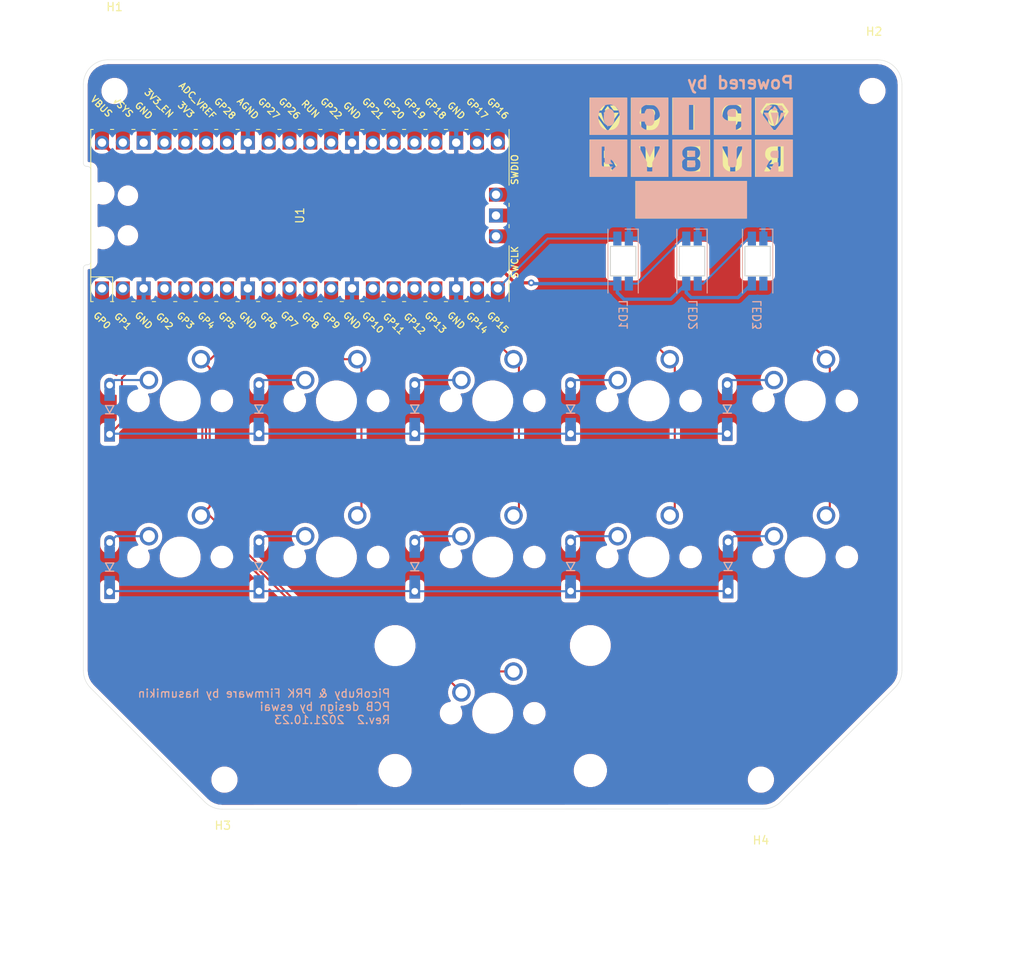
<source format=kicad_pcb>
(kicad_pcb (version 20171130) (host pcbnew "(5.1.10-1-10_14)")
  (layers (0 F.Cu signal) (31 B.Cu signal) (34 B.Paste user) (35 F.Paste user) (36 B.SilkS user) (37 F.SilkS user) (38 B.Mask user) (39 F.Mask user) (44 Edge.Cuts user))
  (net 0 "")
  (net 1 "Net-(D1-Pad2)")
  (net 2 "Net-(D2-Pad2)")
  (net 3 "Net-(D3-Pad2)")
  (net 4 "Net-(D4-Pad2)")
  (net 5 "Net-(D5-Pad2)")
  (net 6 "Net-(D6-Pad2)")
  (net 7 "Net-(D7-Pad2)")
  (net 8 "Net-(D8-Pad2)")
  (net 9 "Net-(D9-Pad2)")
  (net 10 "Net-(D10-Pad2)")
  (net 11 "Net-(U1-Pad29)")
  (net 12 "Net-(U1-Pad30)")
  (net 13 "Net-(U1-Pad31)")
  (net 14 "Net-(U1-Pad32)")
  (net 15 "Net-(U1-Pad34)")
  (net 16 "Net-(U1-Pad35)")
  (net 17 "Net-(U1-Pad36)")
  (net 18 "Net-(U1-Pad37)")
  (net 19 "Net-(U1-Pad7)")
  (net 20 "Net-(U1-Pad2)")
  (net 21 "Net-(U1-Pad1)")
  (net 22 R1)
  (net 23 R2)
  (net 24 R3)
  (net 25 GND)
  (net 26 VCC)
  (net 27 C1)
  (net 28 C2)
  (net 29 C3)
  (net 30 C4)
  (net 31 C5)
  (net 32 "Net-(LED1-Pad2)")
  (net 33 LED)
  (net 34 "Net-(U1-Pad38)")
  (net 35 "Net-(U1-Pad21)")
  (net 36 "Net-(U1-Pad22)")
  (net 37 "Net-(U1-Pad24)")
  (net 38 "Net-(U1-Pad25)")
  (net 39 "Net-(U1-Pad26)")
  (net 40 "Net-(U1-Pad27)")
  (net 41 "Net-(U1-Pad19)")
  (net 42 "Net-(U1-Pad17)")
  (net 43 "Net-(U1-Pad16)")
  (net 44 "Net-(LED2-Pad2)")
  (net 45 "Net-(LED3-Pad2)")
  (net 46 "Net-(U1-Pad43)")
  (net 47 "Net-(U1-Pad42)")
  (net 48 "Net-(U1-Pad41)")
  (net 49 "Net-(U1-Pad15)")
  (net 50 "Net-(U1-Pad39)")
  (module locallib:PicoRuby_Logo (layer B.Cu) (at 148.1 55.3 180)
    (fp_text reference G*** hide)
    (fp_text value LOGO hide)
  )
  (module locallib:PicoRuby_Logo (layer F.Cu) (at 148.1 55.3)
    (fp_text reference G*** hide)
    (fp_text value LOGO hide)
  )
  (module MountingHole:MountingHole_2.2mm_M2 (layer F.Cu) (at 156.6 131.2)
    (fp_text reference H4 (at 0 7.4) (layer F.SilkS))
    (fp_text value MountingHole)
    (pad 1 np_thru_hole circle (at 0 0) (size 2.2 2.2) (drill 2.2) (layers *.Cu *.Mask))
  )
  (module MountingHole:MountingHole_2.2mm_M2 (layer F.Cu) (at 91.2 131.2)
    (fp_text reference H3 (at -0.2 5.6) (layer F.SilkS))
    (fp_text value MountingHole)
    (pad 1 np_thru_hole circle (at 0 0) (size 2.2 2.2) (drill 2.2) (layers *.Cu *.Mask))
  )
  (module MountingHole:MountingHole_2.2mm_M2 (layer F.Cu) (at 170.2 47.2)
    (fp_text reference H2 (at 0.2 -7.25) (layer F.SilkS))
    (fp_text value MountingHole)
    (pad 1 np_thru_hole circle (at 0 0) (size 2.2 2.2) (drill 2.2) (layers *.Cu *.Mask))
  )
  (module MountingHole:MountingHole_2.2mm_M2 (layer F.Cu) (at 77.8 47.2)
    (fp_text reference H1 (at 0 -10.25) (layer F.SilkS))
    (fp_text value MountingHole)
    (pad 1 np_thru_hole circle (at 0 0) (size 2.2 2.2) (drill 2.2) (layers *.Cu *.Mask))
  )
  (module MX_Only:MXOnly-2.75U-ReversedStabilizers-NoLED (layer F.Cu) (at 123.9 123.1)
    (fp_text reference SW11)
    (fp_text value SW_Push)
    (pad 2 thru_hole circle (at 2.54 -5.08) (size 2.25 2.25) (drill 1.47) (layers *.Cu B.Mask) (net 27 C1))
    (pad "" np_thru_hole circle (at 0 0) (size 3.9878 3.9878) (drill 3.9878) (layers *.Cu *.Mask))
    (pad 1 thru_hole circle (at -3.81 -2.54) (size 2.25 2.25) (drill 1.47) (layers *.Cu B.Mask) (net 24 R3))
    (pad "" np_thru_hole circle (at -5.08 0 48.0996) (size 1.75 1.75) (drill 1.75) (layers *.Cu *.Mask))
    (pad "" np_thru_hole circle (at 5.08 0 48.0996) (size 1.75 1.75) (drill 1.75) (layers *.Cu *.Mask))
    (pad "" np_thru_hole circle (at -11.90625 6.985) (size 3.048 3.048) (drill 3.048) (layers *.Cu *.Mask))
    (pad "" np_thru_hole circle (at 11.90625 6.985) (size 3.048 3.048) (drill 3.048) (layers *.Cu *.Mask))
    (pad "" np_thru_hole circle (at -11.90625 -8.255) (size 3.9878 3.9878) (drill 3.9878) (layers *.Cu *.Mask))
    (pad "" np_thru_hole circle (at 11.90625 -8.255) (size 3.9878 3.9878) (drill 3.9878) (layers *.Cu *.Mask))
  )
  (module MX_Only:MXOnly-1U-NoLED (layer F.Cu) (at 162 104.05)
    (fp_text reference SW10)
    (fp_text value SW_Push)
    (pad 2 thru_hole circle (at 2.54 -5.08) (size 2.25 2.25) (drill 1.47) (layers *.Cu B.Mask) (net 31 C5))
    (pad "" np_thru_hole circle (at 0 0) (size 3.9878 3.9878) (drill 3.9878) (layers *.Cu *.Mask))
    (pad 1 thru_hole circle (at -3.81 -2.54) (size 2.25 2.25) (drill 1.47) (layers *.Cu B.Mask) (net 10 "Net-(D10-Pad2)"))
    (pad "" np_thru_hole circle (at -5.08 0 48.0996) (size 1.75 1.75) (drill 1.75) (layers *.Cu *.Mask))
    (pad "" np_thru_hole circle (at 5.08 0 48.0996) (size 1.75 1.75) (drill 1.75) (layers *.Cu *.Mask))
  )
  (module MX_Only:MXOnly-1U-NoLED (layer F.Cu) (at 142.95 104.05)
    (fp_text reference SW9)
    (fp_text value SW_Push)
    (pad 2 thru_hole circle (at 2.54 -5.08) (size 2.25 2.25) (drill 1.47) (layers *.Cu B.Mask) (net 30 C4))
    (pad "" np_thru_hole circle (at 0 0) (size 3.9878 3.9878) (drill 3.9878) (layers *.Cu *.Mask))
    (pad 1 thru_hole circle (at -3.81 -2.54) (size 2.25 2.25) (drill 1.47) (layers *.Cu B.Mask) (net 9 "Net-(D9-Pad2)"))
    (pad "" np_thru_hole circle (at -5.08 0 48.0996) (size 1.75 1.75) (drill 1.75) (layers *.Cu *.Mask))
    (pad "" np_thru_hole circle (at 5.08 0 48.0996) (size 1.75 1.75) (drill 1.75) (layers *.Cu *.Mask))
  )
  (module MX_Only:MXOnly-1U-NoLED (layer F.Cu) (at 123.9 104.05)
    (fp_text reference SW8)
    (fp_text value SW_Push)
    (pad 2 thru_hole circle (at 2.54 -5.08) (size 2.25 2.25) (drill 1.47) (layers *.Cu B.Mask) (net 29 C3))
    (pad "" np_thru_hole circle (at 0 0) (size 3.9878 3.9878) (drill 3.9878) (layers *.Cu *.Mask))
    (pad 1 thru_hole circle (at -3.81 -2.54) (size 2.25 2.25) (drill 1.47) (layers *.Cu B.Mask) (net 8 "Net-(D8-Pad2)"))
    (pad "" np_thru_hole circle (at -5.08 0 48.0996) (size 1.75 1.75) (drill 1.75) (layers *.Cu *.Mask))
    (pad "" np_thru_hole circle (at 5.08 0 48.0996) (size 1.75 1.75) (drill 1.75) (layers *.Cu *.Mask))
  )
  (module MX_Only:MXOnly-1U-NoLED (layer F.Cu) (at 104.85 104.05)
    (fp_text reference SW7)
    (fp_text value SW_Push)
    (pad 2 thru_hole circle (at 2.54 -5.08) (size 2.25 2.25) (drill 1.47) (layers *.Cu B.Mask) (net 28 C2))
    (pad "" np_thru_hole circle (at 0 0) (size 3.9878 3.9878) (drill 3.9878) (layers *.Cu *.Mask))
    (pad 1 thru_hole circle (at -3.81 -2.54) (size 2.25 2.25) (drill 1.47) (layers *.Cu B.Mask) (net 7 "Net-(D7-Pad2)"))
    (pad "" np_thru_hole circle (at -5.08 0 48.0996) (size 1.75 1.75) (drill 1.75) (layers *.Cu *.Mask))
    (pad "" np_thru_hole circle (at 5.08 0 48.0996) (size 1.75 1.75) (drill 1.75) (layers *.Cu *.Mask))
  )
  (module MX_Only:MXOnly-1U-NoLED (layer F.Cu) (at 85.8 104.05)
    (fp_text reference SW6)
    (fp_text value SW_Push)
    (pad 2 thru_hole circle (at 2.54 -5.08) (size 2.25 2.25) (drill 1.47) (layers *.Cu B.Mask) (net 27 C1))
    (pad "" np_thru_hole circle (at 0 0) (size 3.9878 3.9878) (drill 3.9878) (layers *.Cu *.Mask))
    (pad 1 thru_hole circle (at -3.81 -2.54) (size 2.25 2.25) (drill 1.47) (layers *.Cu B.Mask) (net 6 "Net-(D6-Pad2)"))
    (pad "" np_thru_hole circle (at -5.08 0 48.0996) (size 1.75 1.75) (drill 1.75) (layers *.Cu *.Mask))
    (pad "" np_thru_hole circle (at 5.08 0 48.0996) (size 1.75 1.75) (drill 1.75) (layers *.Cu *.Mask))
  )
  (module kbd:D3_TH_SMD_v2 (layer B.Cu) (at 152.6 105.2 90)
    (fp_text reference D10 hide)
    (fp_text value D hide)
    (pad 2 smd rect (at 1.775 0 270) (size 1.4 1.3) (layers B.Cu B.Paste B.Mask) (net 10 "Net-(D10-Pad2)"))
    (pad 1 smd rect (at -1.775 0 270) (size 1.4 1.3) (layers B.Cu B.Paste B.Mask) (net 23 R2))
    (pad 2 thru_hole oval (at 3 0 90) (size 1.778 1.3) (drill 0.8128) (layers *.Cu F.Mask) (net 10 "Net-(D10-Pad2)"))
    (pad 1 thru_hole rect (at -3 0 90) (size 1.778 1.3) (drill 0.8128) (layers *.Cu F.Mask) (net 23 R2))
  )
  (module kbd:D3_TH_SMD_v2 (layer B.Cu) (at 133.4 105.2 90)
    (fp_text reference D9 hide)
    (fp_text value D hide)
    (pad 2 smd rect (at 1.775 0 270) (size 1.4 1.3) (layers B.Cu B.Paste B.Mask) (net 9 "Net-(D9-Pad2)"))
    (pad 1 smd rect (at -1.775 0 270) (size 1.4 1.3) (layers B.Cu B.Paste B.Mask) (net 23 R2))
    (pad 2 thru_hole oval (at 3 0 90) (size 1.778 1.3) (drill 0.8128) (layers *.Cu F.Mask) (net 9 "Net-(D9-Pad2)"))
    (pad 1 thru_hole rect (at -3 0 90) (size 1.778 1.3) (drill 0.8128) (layers *.Cu F.Mask) (net 23 R2))
  )
  (module kbd:D3_TH_SMD_v2 (layer B.Cu) (at 114.4 105.225 90)
    (fp_text reference D8 hide)
    (fp_text value D hide)
    (pad 2 smd rect (at 1.775 0 270) (size 1.4 1.3) (layers B.Cu B.Paste B.Mask) (net 8 "Net-(D8-Pad2)"))
    (pad 1 smd rect (at -1.775 0 270) (size 1.4 1.3) (layers B.Cu B.Paste B.Mask) (net 23 R2))
    (pad 2 thru_hole oval (at 3 0 90) (size 1.778 1.3) (drill 0.8128) (layers *.Cu F.Mask) (net 8 "Net-(D8-Pad2)"))
    (pad 1 thru_hole rect (at -3 0 90) (size 1.778 1.3) (drill 0.8128) (layers *.Cu F.Mask) (net 23 R2))
  )
  (module kbd:D3_TH_SMD_v2 (layer B.Cu) (at 95.4 105.2 90)
    (fp_text reference D7 hide)
    (fp_text value D hide)
    (pad 2 smd rect (at 1.775 0 270) (size 1.4 1.3) (layers B.Cu B.Paste B.Mask) (net 7 "Net-(D7-Pad2)"))
    (pad 1 smd rect (at -1.775 0 270) (size 1.4 1.3) (layers B.Cu B.Paste B.Mask) (net 23 R2))
    (pad 2 thru_hole oval (at 3 0 90) (size 1.778 1.3) (drill 0.8128) (layers *.Cu F.Mask) (net 7 "Net-(D7-Pad2)"))
    (pad 1 thru_hole rect (at -3 0 90) (size 1.778 1.3) (drill 0.8128) (layers *.Cu F.Mask) (net 23 R2))
  )
  (module kbd:D3_TH_SMD_v2 (layer B.Cu) (at 77.2 105.275 90)
    (fp_text reference D6 hide)
    (fp_text value D hide)
    (pad 2 smd rect (at 1.775 0 270) (size 1.4 1.3) (layers B.Cu B.Paste B.Mask) (net 6 "Net-(D6-Pad2)"))
    (pad 1 smd rect (at -1.775 0 270) (size 1.4 1.3) (layers B.Cu B.Paste B.Mask) (net 23 R2))
    (pad 2 thru_hole oval (at 3 0 90) (size 1.778 1.3) (drill 0.8128) (layers *.Cu F.Mask) (net 6 "Net-(D6-Pad2)"))
    (pad 1 thru_hole rect (at -3 0 90) (size 1.778 1.3) (drill 0.8128) (layers *.Cu F.Mask) (net 23 R2))
  )
  (module kbd:D3_TH_SMD_v2 (layer B.Cu) (at 152.5 86 90)
    (fp_text reference D5 hide)
    (fp_text value D hide)
    (pad 2 smd rect (at 1.775 0 270) (size 1.4 1.3) (layers B.Cu B.Paste B.Mask) (net 5 "Net-(D5-Pad2)"))
    (pad 1 smd rect (at -1.775 0 270) (size 1.4 1.3) (layers B.Cu B.Paste B.Mask) (net 22 R1))
    (pad 2 thru_hole oval (at 3 0 90) (size 1.778 1.3) (drill 0.8128) (layers *.Cu F.Mask) (net 5 "Net-(D5-Pad2)"))
    (pad 1 thru_hole rect (at -3 0 90) (size 1.778 1.3) (drill 0.8128) (layers *.Cu F.Mask) (net 22 R1))
  )
  (module kbd:D3_TH_SMD_v2 (layer B.Cu) (at 133.4 86 90)
    (fp_text reference D4 hide)
    (fp_text value D hide)
    (pad 2 smd rect (at 1.775 0 270) (size 1.4 1.3) (layers B.Cu B.Paste B.Mask) (net 4 "Net-(D4-Pad2)"))
    (pad 1 smd rect (at -1.775 0 270) (size 1.4 1.3) (layers B.Cu B.Paste B.Mask) (net 22 R1))
    (pad 2 thru_hole oval (at 3 0 90) (size 1.778 1.3) (drill 0.8128) (layers *.Cu F.Mask) (net 4 "Net-(D4-Pad2)"))
    (pad 1 thru_hole rect (at -3 0 90) (size 1.778 1.3) (drill 0.8128) (layers *.Cu F.Mask) (net 22 R1))
  )
  (module kbd:D3_TH_SMD_v2 (layer B.Cu) (at 114.4 86 90)
    (fp_text reference D3 hide)
    (fp_text value D hide)
    (pad 2 smd rect (at 1.775 0 270) (size 1.4 1.3) (layers B.Cu B.Paste B.Mask) (net 3 "Net-(D3-Pad2)"))
    (pad 1 smd rect (at -1.775 0 270) (size 1.4 1.3) (layers B.Cu B.Paste B.Mask) (net 22 R1))
    (pad 2 thru_hole oval (at 3 0 90) (size 1.778 1.3) (drill 0.8128) (layers *.Cu F.Mask) (net 3 "Net-(D3-Pad2)"))
    (pad 1 thru_hole rect (at -3 0 90) (size 1.778 1.3) (drill 0.8128) (layers *.Cu F.Mask) (net 22 R1))
  )
  (module kbd:D3_TH_SMD_v2 (layer B.Cu) (at 95.4 86 90)
    (fp_text reference D2 hide)
    (fp_text value D hide)
    (pad 2 smd rect (at 1.775 0 270) (size 1.4 1.3) (layers B.Cu B.Paste B.Mask) (net 2 "Net-(D2-Pad2)"))
    (pad 1 smd rect (at -1.775 0 270) (size 1.4 1.3) (layers B.Cu B.Paste B.Mask) (net 22 R1))
    (pad 2 thru_hole oval (at 3 0 90) (size 1.778 1.3) (drill 0.8128) (layers *.Cu F.Mask) (net 2 "Net-(D2-Pad2)"))
    (pad 1 thru_hole rect (at -3 0 90) (size 1.778 1.3) (drill 0.8128) (layers *.Cu F.Mask) (net 22 R1))
  )
  (module kbd:D3_TH_SMD_v2 (layer B.Cu) (at 77.2 86.075 90)
    (fp_text reference D1 hide)
    (fp_text value D hide)
    (pad 2 smd rect (at 1.775 0 270) (size 1.4 1.3) (layers B.Cu B.Paste B.Mask) (net 1 "Net-(D1-Pad2)"))
    (pad 1 smd rect (at -1.775 0 270) (size 1.4 1.3) (layers B.Cu B.Paste B.Mask) (net 22 R1))
    (pad 2 thru_hole oval (at 3 0 90) (size 1.778 1.3) (drill 0.8128) (layers *.Cu F.Mask) (net 1 "Net-(D1-Pad2)"))
    (pad 1 thru_hole rect (at -3 0 90) (size 1.778 1.3) (drill 0.8128) (layers *.Cu F.Mask) (net 22 R1))
  )
  (module MX_Only:MXOnly-1U-NoLED (layer F.Cu) (at 162 85)
    (fp_text reference SW5)
    (fp_text value SW_Push)
    (pad 2 thru_hole circle (at 2.54 -5.08) (size 2.25 2.25) (drill 1.47) (layers *.Cu B.Mask) (net 31 C5))
    (pad "" np_thru_hole circle (at 0 0) (size 3.9878 3.9878) (drill 3.9878) (layers *.Cu *.Mask))
    (pad 1 thru_hole circle (at -3.81 -2.54) (size 2.25 2.25) (drill 1.47) (layers *.Cu B.Mask) (net 5 "Net-(D5-Pad2)"))
    (pad "" np_thru_hole circle (at -5.08 0 48.0996) (size 1.75 1.75) (drill 1.75) (layers *.Cu *.Mask))
    (pad "" np_thru_hole circle (at 5.08 0 48.0996) (size 1.75 1.75) (drill 1.75) (layers *.Cu *.Mask))
  )
  (module MX_Only:MXOnly-1U-NoLED (layer F.Cu) (at 142.95 85)
    (fp_text reference SW4)
    (fp_text value SW_Push)
    (pad 2 thru_hole circle (at 2.54 -5.08) (size 2.25 2.25) (drill 1.47) (layers *.Cu B.Mask) (net 30 C4))
    (pad "" np_thru_hole circle (at 0 0) (size 3.9878 3.9878) (drill 3.9878) (layers *.Cu *.Mask))
    (pad 1 thru_hole circle (at -3.81 -2.54) (size 2.25 2.25) (drill 1.47) (layers *.Cu B.Mask) (net 4 "Net-(D4-Pad2)"))
    (pad "" np_thru_hole circle (at -5.08 0 48.0996) (size 1.75 1.75) (drill 1.75) (layers *.Cu *.Mask))
    (pad "" np_thru_hole circle (at 5.08 0 48.0996) (size 1.75 1.75) (drill 1.75) (layers *.Cu *.Mask))
  )
  (module MX_Only:MXOnly-1U-NoLED (layer F.Cu) (at 123.9 85)
    (fp_text reference SW3)
    (fp_text value SW_Push)
    (pad 2 thru_hole circle (at 2.54 -5.08) (size 2.25 2.25) (drill 1.47) (layers *.Cu B.Mask) (net 29 C3))
    (pad "" np_thru_hole circle (at 0 0) (size 3.9878 3.9878) (drill 3.9878) (layers *.Cu *.Mask))
    (pad 1 thru_hole circle (at -3.81 -2.54) (size 2.25 2.25) (drill 1.47) (layers *.Cu B.Mask) (net 3 "Net-(D3-Pad2)"))
    (pad "" np_thru_hole circle (at -5.08 0 48.0996) (size 1.75 1.75) (drill 1.75) (layers *.Cu *.Mask))
    (pad "" np_thru_hole circle (at 5.08 0 48.0996) (size 1.75 1.75) (drill 1.75) (layers *.Cu *.Mask))
  )
  (module MX_Only:MXOnly-1U-NoLED (layer F.Cu) (at 104.85 85)
    (fp_text reference SW2)
    (fp_text value SW_Push)
    (pad 2 thru_hole circle (at 2.54 -5.08) (size 2.25 2.25) (drill 1.47) (layers *.Cu B.Mask) (net 28 C2))
    (pad "" np_thru_hole circle (at 0 0) (size 3.9878 3.9878) (drill 3.9878) (layers *.Cu *.Mask))
    (pad 1 thru_hole circle (at -3.81 -2.54) (size 2.25 2.25) (drill 1.47) (layers *.Cu B.Mask) (net 2 "Net-(D2-Pad2)"))
    (pad "" np_thru_hole circle (at -5.08 0 48.0996) (size 1.75 1.75) (drill 1.75) (layers *.Cu *.Mask))
    (pad "" np_thru_hole circle (at 5.08 0 48.0996) (size 1.75 1.75) (drill 1.75) (layers *.Cu *.Mask))
  )
  (module MX_Only:MXOnly-1U-NoLED (layer F.Cu) (at 85.8 85)
    (fp_text reference SW1)
    (fp_text value SW_Push)
    (pad 2 thru_hole circle (at 2.54 -5.08) (size 2.25 2.25) (drill 1.47) (layers *.Cu B.Mask) (net 27 C1))
    (pad "" np_thru_hole circle (at 0 0) (size 3.9878 3.9878) (drill 3.9878) (layers *.Cu *.Mask))
    (pad 1 thru_hole circle (at -3.81 -2.54) (size 2.25 2.25) (drill 1.47) (layers *.Cu B.Mask) (net 1 "Net-(D1-Pad2)"))
    (pad "" np_thru_hole circle (at -5.08 0 48.0996) (size 1.75 1.75) (drill 1.75) (layers *.Cu *.Mask))
    (pad "" np_thru_hole circle (at 5.08 0 48.0996) (size 1.75 1.75) (drill 1.75) (layers *.Cu *.Mask))
  )
  (module kbd:YS-SK6812MINI-E (layer B.Cu) (at 156.2 67.95 270)
    (fp_text reference LED3 (at 6.55 0.05 90) (layer B.SilkS) (effects (justify mirror)))
    (fp_text value YS-SK6812MINI-E)
    (fp_line (start 1.8 1.55) (end -1.8 1.55) (layer Edge.Cuts) (width 0.12))
    (fp_line (start 1.8 -1.55) (end 1.8 1.55) (layer Edge.Cuts) (width 0.12))
    (fp_line (start -1.8 -1.55) (end 1.8 -1.55) (layer Edge.Cuts) (width 0.12))
    (fp_line (start -1.8 1.55) (end -1.8 -1.55) (layer Edge.Cuts) (width 0.12))
    (pad 2 smd rect (at 2.75 -0.7 270) (size 1.7 1) (layers B.Cu B.Paste B.Mask) (net 45 "Net-(LED3-Pad2)"))
    (pad 1 smd rect (at 2.75 0.7 270) (size 1.7 1) (layers B.Cu B.Paste B.Mask) (net 26 VCC))
    (pad 3 smd rect (at -2.75 -0.7 270) (size 1.7 1) (layers B.Cu B.Paste B.Mask) (net 25 GND))
    (pad 4 smd rect (at -2.75 0.7 270) (size 1.7 1) (layers B.Cu B.Paste B.Mask) (net 44 "Net-(LED2-Pad2)"))
  )
  (module kbd:YS-SK6812MINI-E (layer B.Cu) (at 148.2 67.95 270)
    (fp_text reference LED2 (at 6.55 -0.15 90) (layer B.SilkS) (effects (justify mirror)))
    (fp_text value YS-SK6812MINI-E)
    (fp_line (start 1.8 1.55) (end -1.8 1.55) (layer Edge.Cuts) (width 0.12))
    (fp_line (start 1.8 -1.55) (end 1.8 1.55) (layer Edge.Cuts) (width 0.12))
    (fp_line (start -1.8 -1.55) (end 1.8 -1.55) (layer Edge.Cuts) (width 0.12))
    (fp_line (start -1.8 1.55) (end -1.8 -1.55) (layer Edge.Cuts) (width 0.12))
    (pad 2 smd rect (at 2.75 -0.7 270) (size 1.7 1) (layers B.Cu B.Paste B.Mask) (net 44 "Net-(LED2-Pad2)"))
    (pad 1 smd rect (at 2.75 0.7 270) (size 1.7 1) (layers B.Cu B.Paste B.Mask) (net 26 VCC))
    (pad 3 smd rect (at -2.75 -0.7 270) (size 1.7 1) (layers B.Cu B.Paste B.Mask) (net 25 GND))
    (pad 4 smd rect (at -2.75 0.7 270) (size 1.7 1) (layers B.Cu B.Paste B.Mask) (net 32 "Net-(LED1-Pad2)"))
  )
  (module MCU_RaspberryPi_and_Boards:RPi_Pico_SMD_TH (layer F.Cu) (at 100.4 62.39 90)
    (fp_text reference U1 (at 0 0 90) (layer F.SilkS))
    (fp_text value Pico)
    (fp_text user SWDIO (at 5.6 26.2 90) (layer F.SilkS) (effects (font (size 0.8 0.8))))
    (fp_text user SWCLK (at -5.7 26.2 90) (layer F.SilkS) (effects (font (size 0.8 0.8))))
    (fp_text user AGND (at 13.054 -6.35 135) (layer F.SilkS) (effects (font (size 0.8 0.8))))
    (fp_text user GND (at 12.8 -19.05 135) (layer F.SilkS) (effects (font (size 0.8 0.8))))
    (fp_text user GND (at 12.8 6.35 135) (layer F.SilkS) (effects (font (size 0.8 0.8))))
    (fp_text user GND (at 12.8 19.05 135) (layer F.SilkS) (effects (font (size 0.8 0.8))))
    (fp_text user GND (at -12.8 19.05 135) (layer F.SilkS) (effects (font (size 0.8 0.8))))
    (fp_text user GND (at -12.8 6.35 135) (layer F.SilkS) (effects (font (size 0.8 0.8))))
    (fp_text user GND (at -12.8 -6.35 135) (layer F.SilkS) (effects (font (size 0.8 0.8))))
    (fp_text user GND (at -12.8 -19.05 135) (layer F.SilkS) (effects (font (size 0.8 0.8))))
    (fp_text user VBUS (at 13.3 -24.2 135) (layer F.SilkS) (effects (font (size 0.8 0.8))))
    (fp_text user VSYS (at 13.2 -21.59 135) (layer F.SilkS) (effects (font (size 0.8 0.8))))
    (fp_text user 3V3_EN (at 13.7 -17.2 135) (layer F.SilkS) (effects (font (size 0.8 0.8))))
    (fp_text user 3V3 (at 12.9 -13.9 135) (layer F.SilkS) (effects (font (size 0.8 0.8))))
    (fp_text user ADC_VREF (at 14 -12.5 135) (layer F.SilkS) (effects (font (size 0.8 0.8))))
    (fp_text user GP28 (at 13.054 -9.144 135) (layer F.SilkS) (effects (font (size 0.8 0.8))))
    (fp_text user GP27 (at 13.054 -3.8 135) (layer F.SilkS) (effects (font (size 0.8 0.8))))
    (fp_text user GP26 (at 13.054 -1.27 135) (layer F.SilkS) (effects (font (size 0.8 0.8))))
    (fp_text user RUN (at 13 1.27 135) (layer F.SilkS) (effects (font (size 0.8 0.8))))
    (fp_text user GP22 (at 13.054 3.81 135) (layer F.SilkS) (effects (font (size 0.8 0.8))))
    (fp_text user GP21 (at 13.054 8.9 135) (layer F.SilkS) (effects (font (size 0.8 0.8))))
    (fp_text user GP20 (at 13.054 11.43 135) (layer F.SilkS) (effects (font (size 0.8 0.8))))
    (fp_text user GP19 (at 13.054 13.97 135) (layer F.SilkS) (effects (font (size 0.8 0.8))))
    (fp_text user GP18 (at 13.054 16.51 135) (layer F.SilkS) (effects (font (size 0.8 0.8))))
    (fp_text user GP17 (at 13.054 21.59 135) (layer F.SilkS) (effects (font (size 0.8 0.8))))
    (fp_text user GP16 (at 13.054 24.13 135) (layer F.SilkS) (effects (font (size 0.8 0.8))))
    (fp_text user GP15 (at -13.054 24.13 135) (layer F.SilkS) (effects (font (size 0.8 0.8))))
    (fp_text user GP14 (at -13.1 21.59 135) (layer F.SilkS) (effects (font (size 0.8 0.8))))
    (fp_text user GP13 (at -13.054 16.51 135) (layer F.SilkS) (effects (font (size 0.8 0.8))))
    (fp_text user GP12 (at -13.2 13.97 135) (layer F.SilkS) (effects (font (size 0.8 0.8))))
    (fp_text user GP11 (at -13.2 11.43 135) (layer F.SilkS) (effects (font (size 0.8 0.8))))
    (fp_text user GP10 (at -13.054 8.89 135) (layer F.SilkS) (effects (font (size 0.8 0.8))))
    (fp_text user GP9 (at -12.8 3.81 135) (layer F.SilkS) (effects (font (size 0.8 0.8))))
    (fp_text user GP8 (at -12.8 1.27 135) (layer F.SilkS) (effects (font (size 0.8 0.8))))
    (fp_text user GP7 (at -12.7 -1.3 135) (layer F.SilkS) (effects (font (size 0.8 0.8))))
    (fp_text user GP6 (at -12.8 -3.81 135) (layer F.SilkS) (effects (font (size 0.8 0.8))))
    (fp_text user GP5 (at -12.8 -8.89 135) (layer F.SilkS) (effects (font (size 0.8 0.8))))
    (fp_text user GP4 (at -12.8 -11.43 135) (layer F.SilkS) (effects (font (size 0.8 0.8))))
    (fp_text user GP3 (at -12.8 -13.97 135) (layer F.SilkS) (effects (font (size 0.8 0.8))))
    (fp_text user GP0 (at -12.8 -24.13 135) (layer F.SilkS) (effects (font (size 0.8 0.8))))
    (fp_text user GP2 (at -12.9 -16.51 135) (layer F.SilkS) (effects (font (size 0.8 0.8))))
    (fp_text user GP1 (at -12.9 -21.6 135) (layer F.SilkS) (effects (font (size 0.8 0.8))))
    (pad 43 thru_hole oval (at 2.54 23.9 90) (size 1.7 1.7) (drill 1.02) (layers *.Cu *.Mask) (net 46 "Net-(U1-Pad43)"))
    (pad 43 smd rect (at 2.54 23.9 180) (size 3.5 1.7) (drill (offset -0.9 0)) (layers F.Cu F.Mask) (net 46 "Net-(U1-Pad43)"))
    (pad 42 thru_hole rect (at 0 23.9 90) (size 1.7 1.7) (drill 1.02) (layers *.Cu *.Mask) (net 47 "Net-(U1-Pad42)"))
    (pad 42 smd rect (at 0 23.9 180) (size 3.5 1.7) (drill (offset -0.9 0)) (layers F.Cu F.Mask) (net 47 "Net-(U1-Pad42)"))
    (pad 41 thru_hole oval (at -2.54 23.9 90) (size 1.7 1.7) (drill 1.02) (layers *.Cu *.Mask) (net 48 "Net-(U1-Pad41)"))
    (pad 41 smd rect (at -2.54 23.9 180) (size 3.5 1.7) (drill (offset -0.9 0)) (layers F.Cu F.Mask) (net 48 "Net-(U1-Pad41)"))
    (pad "" np_thru_hole oval (at 2.425 -20.97 90) (size 1.5 1.5) (drill 1.5) (layers *.Cu *.Mask))
    (pad "" np_thru_hole oval (at -2.425 -20.97 90) (size 1.5 1.5) (drill 1.5) (layers *.Cu *.Mask))
    (pad "" np_thru_hole oval (at 2.725 -24 90) (size 1.8 1.8) (drill 1.8) (layers *.Cu *.Mask))
    (pad "" np_thru_hole oval (at -2.725 -24 90) (size 1.8 1.8) (drill 1.8) (layers *.Cu *.Mask))
    (pad 21 smd rect (at 8.89 24.13 90) (size 3.5 1.7) (drill (offset 0.9 0)) (layers F.Cu F.Mask) (net 35 "Net-(U1-Pad21)"))
    (pad 22 smd rect (at 8.89 21.59 90) (size 3.5 1.7) (drill (offset 0.9 0)) (layers F.Cu F.Mask) (net 36 "Net-(U1-Pad22)"))
    (pad 23 smd rect (at 8.89 19.05 90) (size 3.5 1.7) (drill (offset 0.9 0)) (layers F.Cu F.Mask) (net 25 GND))
    (pad 24 smd rect (at 8.89 16.51 90) (size 3.5 1.7) (drill (offset 0.9 0)) (layers F.Cu F.Mask) (net 37 "Net-(U1-Pad24)"))
    (pad 25 smd rect (at 8.89 13.97 90) (size 3.5 1.7) (drill (offset 0.9 0)) (layers F.Cu F.Mask) (net 38 "Net-(U1-Pad25)"))
    (pad 26 smd rect (at 8.89 11.43 90) (size 3.5 1.7) (drill (offset 0.9 0)) (layers F.Cu F.Mask) (net 39 "Net-(U1-Pad26)"))
    (pad 27 smd rect (at 8.89 8.89 90) (size 3.5 1.7) (drill (offset 0.9 0)) (layers F.Cu F.Mask) (net 40 "Net-(U1-Pad27)"))
    (pad 28 smd rect (at 8.89 6.35 90) (size 3.5 1.7) (drill (offset 0.9 0)) (layers F.Cu F.Mask) (net 25 GND))
    (pad 29 smd rect (at 8.89 3.81 90) (size 3.5 1.7) (drill (offset 0.9 0)) (layers F.Cu F.Mask) (net 11 "Net-(U1-Pad29)"))
    (pad 30 smd rect (at 8.89 1.27 90) (size 3.5 1.7) (drill (offset 0.9 0)) (layers F.Cu F.Mask) (net 12 "Net-(U1-Pad30)"))
    (pad 31 smd rect (at 8.89 -1.27 90) (size 3.5 1.7) (drill (offset 0.9 0)) (layers F.Cu F.Mask) (net 13 "Net-(U1-Pad31)"))
    (pad 32 smd rect (at 8.89 -3.81 90) (size 3.5 1.7) (drill (offset 0.9 0)) (layers F.Cu F.Mask) (net 14 "Net-(U1-Pad32)"))
    (pad 33 smd rect (at 8.89 -6.35 90) (size 3.5 1.7) (drill (offset 0.9 0)) (layers F.Cu F.Mask) (net 25 GND))
    (pad 34 smd rect (at 8.89 -8.89 90) (size 3.5 1.7) (drill (offset 0.9 0)) (layers F.Cu F.Mask) (net 15 "Net-(U1-Pad34)"))
    (pad 35 smd rect (at 8.89 -11.43 90) (size 3.5 1.7) (drill (offset 0.9 0)) (layers F.Cu F.Mask) (net 16 "Net-(U1-Pad35)"))
    (pad 36 smd rect (at 8.89 -13.97 90) (size 3.5 1.7) (drill (offset 0.9 0)) (layers F.Cu F.Mask) (net 17 "Net-(U1-Pad36)"))
    (pad 37 smd rect (at 8.89 -16.51 90) (size 3.5 1.7) (drill (offset 0.9 0)) (layers F.Cu F.Mask) (net 18 "Net-(U1-Pad37)"))
    (pad 38 smd rect (at 8.89 -19.05 90) (size 3.5 1.7) (drill (offset 0.9 0)) (layers F.Cu F.Mask) (net 34 "Net-(U1-Pad38)"))
    (pad 39 smd rect (at 8.89 -21.59 90) (size 3.5 1.7) (drill (offset 0.9 0)) (layers F.Cu F.Mask) (net 50 "Net-(U1-Pad39)"))
    (pad 40 smd rect (at 8.89 -24.13 90) (size 3.5 1.7) (drill (offset 0.9 0)) (layers F.Cu F.Mask) (net 26 VCC))
    (pad 20 smd rect (at -8.89 24.13 90) (size 3.5 1.7) (drill (offset -0.9 0)) (layers F.Cu F.Mask) (net 33 LED))
    (pad 19 smd rect (at -8.89 21.59 90) (size 3.5 1.7) (drill (offset -0.9 0)) (layers F.Cu F.Mask) (net 41 "Net-(U1-Pad19)"))
    (pad 18 smd rect (at -8.89 19.05 90) (size 3.5 1.7) (drill (offset -0.9 0)) (layers F.Cu F.Mask) (net 25 GND))
    (pad 17 smd rect (at -8.89 16.51 90) (size 3.5 1.7) (drill (offset -0.9 0)) (layers F.Cu F.Mask) (net 42 "Net-(U1-Pad17)"))
    (pad 16 smd rect (at -8.89 13.97 90) (size 3.5 1.7) (drill (offset -0.9 0)) (layers F.Cu F.Mask) (net 43 "Net-(U1-Pad16)"))
    (pad 15 smd rect (at -8.89 11.43 90) (size 3.5 1.7) (drill (offset -0.9 0)) (layers F.Cu F.Mask) (net 49 "Net-(U1-Pad15)"))
    (pad 14 smd rect (at -8.89 8.89 90) (size 3.5 1.7) (drill (offset -0.9 0)) (layers F.Cu F.Mask) (net 31 C5))
    (pad 13 smd rect (at -8.89 6.35 90) (size 3.5 1.7) (drill (offset -0.9 0)) (layers F.Cu F.Mask) (net 25 GND))
    (pad 12 smd rect (at -8.89 3.81 90) (size 3.5 1.7) (drill (offset -0.9 0)) (layers F.Cu F.Mask) (net 30 C4))
    (pad 11 smd rect (at -8.89 1.27 90) (size 3.5 1.7) (drill (offset -0.9 0)) (layers F.Cu F.Mask) (net 29 C3))
    (pad 10 smd rect (at -8.89 -1.27 90) (size 3.5 1.7) (drill (offset -0.9 0)) (layers F.Cu F.Mask) (net 28 C2))
    (pad 9 smd rect (at -8.89 -3.81 90) (size 3.5 1.7) (drill (offset -0.9 0)) (layers F.Cu F.Mask) (net 27 C1))
    (pad 8 smd rect (at -8.89 -6.35 90) (size 3.5 1.7) (drill (offset -0.9 0)) (layers F.Cu F.Mask) (net 25 GND))
    (pad 7 smd rect (at -8.89 -8.89 90) (size 3.5 1.7) (drill (offset -0.9 0)) (layers F.Cu F.Mask) (net 19 "Net-(U1-Pad7)"))
    (pad 6 smd rect (at -8.89 -11.43 90) (size 3.5 1.7) (drill (offset -0.9 0)) (layers F.Cu F.Mask) (net 24 R3))
    (pad 5 smd rect (at -8.89 -13.97 90) (size 3.5 1.7) (drill (offset -0.9 0)) (layers F.Cu F.Mask) (net 23 R2))
    (pad 4 smd rect (at -8.89 -16.51 90) (size 3.5 1.7) (drill (offset -0.9 0)) (layers F.Cu F.Mask) (net 22 R1))
    (pad 3 smd rect (at -8.89 -19.05 90) (size 3.5 1.7) (drill (offset -0.9 0)) (layers F.Cu F.Mask) (net 25 GND))
    (pad 2 smd rect (at -8.89 -21.59 90) (size 3.5 1.7) (drill (offset -0.9 0)) (layers F.Cu F.Mask) (net 20 "Net-(U1-Pad2)"))
    (pad 1 smd rect (at -8.89 -24.13 90) (size 3.5 1.7) (drill (offset -0.9 0)) (layers F.Cu F.Mask) (net 21 "Net-(U1-Pad1)"))
    (pad 40 thru_hole oval (at 8.89 -24.13 90) (size 1.7 1.7) (drill 1.02) (layers *.Cu *.Mask) (net 26 VCC))
    (pad 39 thru_hole oval (at 8.89 -21.59 90) (size 1.7 1.7) (drill 1.02) (layers *.Cu *.Mask) (net 50 "Net-(U1-Pad39)"))
    (pad 38 thru_hole rect (at 8.89 -19.05 90) (size 1.7 1.7) (drill 1.02) (layers *.Cu *.Mask) (net 34 "Net-(U1-Pad38)"))
    (pad 37 thru_hole oval (at 8.89 -16.51 90) (size 1.7 1.7) (drill 1.02) (layers *.Cu *.Mask) (net 18 "Net-(U1-Pad37)"))
    (pad 36 thru_hole oval (at 8.89 -13.97 90) (size 1.7 1.7) (drill 1.02) (layers *.Cu *.Mask) (net 17 "Net-(U1-Pad36)"))
    (pad 35 thru_hole oval (at 8.89 -11.43 90) (size 1.7 1.7) (drill 1.02) (layers *.Cu *.Mask) (net 16 "Net-(U1-Pad35)"))
    (pad 34 thru_hole oval (at 8.89 -8.89 90) (size 1.7 1.7) (drill 1.02) (layers *.Cu *.Mask) (net 15 "Net-(U1-Pad34)"))
    (pad 33 thru_hole rect (at 8.89 -6.35 90) (size 1.7 1.7) (drill 1.02) (layers *.Cu *.Mask) (net 25 GND))
    (pad 32 thru_hole oval (at 8.89 -3.81 90) (size 1.7 1.7) (drill 1.02) (layers *.Cu *.Mask) (net 14 "Net-(U1-Pad32)"))
    (pad 31 thru_hole oval (at 8.89 -1.27 90) (size 1.7 1.7) (drill 1.02) (layers *.Cu *.Mask) (net 13 "Net-(U1-Pad31)"))
    (pad 30 thru_hole oval (at 8.89 1.27 90) (size 1.7 1.7) (drill 1.02) (layers *.Cu *.Mask) (net 12 "Net-(U1-Pad30)"))
    (pad 29 thru_hole oval (at 8.89 3.81 90) (size 1.7 1.7) (drill 1.02) (layers *.Cu *.Mask) (net 11 "Net-(U1-Pad29)"))
    (pad 28 thru_hole rect (at 8.89 6.35 90) (size 1.7 1.7) (drill 1.02) (layers *.Cu *.Mask) (net 25 GND))
    (pad 27 thru_hole oval (at 8.89 8.89 90) (size 1.7 1.7) (drill 1.02) (layers *.Cu *.Mask) (net 40 "Net-(U1-Pad27)"))
    (pad 26 thru_hole oval (at 8.89 11.43 90) (size 1.7 1.7) (drill 1.02) (layers *.Cu *.Mask) (net 39 "Net-(U1-Pad26)"))
    (pad 25 thru_hole oval (at 8.89 13.97 90) (size 1.7 1.7) (drill 1.02) (layers *.Cu *.Mask) (net 38 "Net-(U1-Pad25)"))
    (pad 24 thru_hole oval (at 8.89 16.51 90) (size 1.7 1.7) (drill 1.02) (layers *.Cu *.Mask) (net 37 "Net-(U1-Pad24)"))
    (pad 23 thru_hole rect (at 8.89 19.05 90) (size 1.7 1.7) (drill 1.02) (layers *.Cu *.Mask) (net 25 GND))
    (pad 22 thru_hole oval (at 8.89 21.59 90) (size 1.7 1.7) (drill 1.02) (layers *.Cu *.Mask) (net 36 "Net-(U1-Pad22)"))
    (pad 21 thru_hole oval (at 8.89 24.13 90) (size 1.7 1.7) (drill 1.02) (layers *.Cu *.Mask) (net 35 "Net-(U1-Pad21)"))
    (pad 20 thru_hole oval (at -8.89 24.13 90) (size 1.7 1.7) (drill 1.02) (layers *.Cu *.Mask) (net 33 LED))
    (pad 19 thru_hole oval (at -8.89 21.59 90) (size 1.7 1.7) (drill 1.02) (layers *.Cu *.Mask) (net 41 "Net-(U1-Pad19)"))
    (pad 18 thru_hole rect (at -8.89 19.05 90) (size 1.7 1.7) (drill 1.02) (layers *.Cu *.Mask) (net 25 GND))
    (pad 17 thru_hole oval (at -8.89 16.51 90) (size 1.7 1.7) (drill 1.02) (layers *.Cu *.Mask) (net 42 "Net-(U1-Pad17)"))
    (pad 16 thru_hole oval (at -8.89 13.97 90) (size 1.7 1.7) (drill 1.02) (layers *.Cu *.Mask) (net 43 "Net-(U1-Pad16)"))
    (pad 15 thru_hole oval (at -8.89 11.43 90) (size 1.7 1.7) (drill 1.02) (layers *.Cu *.Mask) (net 49 "Net-(U1-Pad15)"))
    (pad 14 thru_hole oval (at -8.89 8.89 90) (size 1.7 1.7) (drill 1.02) (layers *.Cu *.Mask) (net 31 C5))
    (pad 13 thru_hole rect (at -8.89 6.35 90) (size 1.7 1.7) (drill 1.02) (layers *.Cu *.Mask) (net 25 GND))
    (pad 12 thru_hole oval (at -8.89 3.81 90) (size 1.7 1.7) (drill 1.02) (layers *.Cu *.Mask) (net 30 C4))
    (pad 11 thru_hole oval (at -8.89 1.27 90) (size 1.7 1.7) (drill 1.02) (layers *.Cu *.Mask) (net 29 C3))
    (pad 10 thru_hole oval (at -8.89 -1.27 90) (size 1.7 1.7) (drill 1.02) (layers *.Cu *.Mask) (net 28 C2))
    (pad 9 thru_hole oval (at -8.89 -3.81 90) (size 1.7 1.7) (drill 1.02) (layers *.Cu *.Mask) (net 27 C1))
    (pad 8 thru_hole rect (at -8.89 -6.35 90) (size 1.7 1.7) (drill 1.02) (layers *.Cu *.Mask) (net 25 GND))
    (pad 7 thru_hole oval (at -8.89 -8.89 90) (size 1.7 1.7) (drill 1.02) (layers *.Cu *.Mask) (net 19 "Net-(U1-Pad7)"))
    (pad 6 thru_hole oval (at -8.89 -11.43 90) (size 1.7 1.7) (drill 1.02) (layers *.Cu *.Mask) (net 24 R3))
    (pad 5 thru_hole oval (at -8.89 -13.97 90) (size 1.7 1.7) (drill 1.02) (layers *.Cu *.Mask) (net 23 R2))
    (pad 4 thru_hole oval (at -8.89 -16.51 90) (size 1.7 1.7) (drill 1.02) (layers *.Cu *.Mask) (net 22 R1))
    (pad 3 thru_hole rect (at -8.89 -19.05 90) (size 1.7 1.7) (drill 1.02) (layers *.Cu *.Mask) (net 25 GND))
    (pad 2 thru_hole oval (at -8.89 -21.59 90) (size 1.7 1.7) (drill 1.02) (layers *.Cu *.Mask) (net 20 "Net-(U1-Pad2)"))
    (pad 1 thru_hole oval (at -8.89 -24.13 90) (size 1.7 1.7) (drill 1.02) (layers *.Cu *.Mask) (net 21 "Net-(U1-Pad1)"))
  )
  (module kbd:YS-SK6812MINI-E (layer B.Cu) (at 139.8 67.95 270)
    (fp_text reference LED1 (at 6.55 -0.05 90) (layer B.SilkS) (effects (justify mirror)))
    (fp_text value YS-SK6812MINI-E)
    (fp_line (start 1.8 1.55) (end -1.8 1.55) (layer Edge.Cuts) (width 0.12))
    (fp_line (start 1.8 -1.55) (end 1.8 1.55) (layer Edge.Cuts) (width 0.12))
    (fp_line (start -1.8 -1.55) (end 1.8 -1.55) (layer Edge.Cuts) (width 0.12))
    (fp_line (start -1.8 1.55) (end -1.8 -1.55) (layer Edge.Cuts) (width 0.12))
    (pad 2 smd rect (at 2.75 -0.7 270) (size 1.7 1) (layers B.Cu B.Paste B.Mask) (net 32 "Net-(LED1-Pad2)"))
    (pad 1 smd rect (at 2.75 0.7 270) (size 1.7 1) (layers B.Cu B.Paste B.Mask) (net 26 VCC))
    (pad 3 smd rect (at -2.75 -0.7 270) (size 1.7 1) (layers B.Cu B.Paste B.Mask) (net 25 GND))
    (pad 4 smd rect (at -2.75 0.7 270) (size 1.7 1) (layers B.Cu B.Paste B.Mask) (net 33 LED))
  )
  (gr_text "Powered by" (at 154.1 46.2) (layer B.SilkS) (effects (font (size 1.5 1.5) (thickness 0.3)) (justify mirror)))
  (gr_line (start 74.87868 120.02132) (end 88.8 133.92132) (layer Edge.Cuts) (width 0.05))
  (gr_arc (start 77 117.9) (end 74 117.9) (angle -45) (layer Edge.Cuts) (width 0.05))
  (gr_arc (start 90.92132 131.8) (end 88.8 133.92132) (angle -45) (layer Edge.Cuts) (width 0.05))
  (gr_arc (start 156.9 131.77868) (end 156.9 134.77868) (angle -45) (layer Edge.Cuts) (width 0.05))
  (gr_arc (start 170.8 117.87868) (end 172.92132 120) (angle -45) (layer Edge.Cuts) (width 0.05))
  (gr_line (start 159.02132 133.9) (end 172.92132 120) (layer Edge.Cuts) (width 0.05))
  (gr_text "PicoRuby & PRK Firmware by hasumikin\nPCB design by eswai\nRev.2  2021.10.23\n" (at 111.5 122.3) (layer B.SilkS) (effects (font (size 1 1)) (justify left mirror)))
  (gr_arc (start 74.4 68.8) (end 74.4 68.4) (angle -90) (layer Edge.Cuts) (width 0.05))
  (gr_arc (start 74.5 68) (end 74.5 68.4) (angle -90) (layer Edge.Cuts) (width 0.05))
  (gr_line (start 74.4 56.4) (end 74.5 56.4) (layer Edge.Cuts) (width 0.05))
  (gr_arc (start 74.5 56.8) (end 74.9 56.8) (angle -90) (layer Edge.Cuts) (width 0.05))
  (gr_arc (start 74.4 56) (end 74 56) (angle -90) (layer Edge.Cuts) (width 0.05))
  (gr_line (start 74 56) (end 74 46.4) (layer Edge.Cuts) (width 0.05))
  (gr_line (start 74.5 68.4) (end 74.4 68.4) (layer Edge.Cuts) (width 0.05))
  (gr_line (start 74.9 56.8) (end 74.9 68) (layer Edge.Cuts) (width 0.05))
  (gr_arc (start 170.8 46.4) (end 173.8 46.4) (angle -90) (layer Edge.Cuts) (width 0.05))
  (gr_arc (start 77 46.4) (end 77 43.4) (angle -90) (layer Edge.Cuts) (width 0.05))
  (gr_line (start 74 68.8) (end 74 117.9) (layer Edge.Cuts) (width 0.05))
  (gr_line (start 170.8 43.4) (end 77 43.4) (layer Edge.Cuts) (width 0.05))
  (gr_line (start 173.8 117.87868) (end 173.8 46.4) (layer Edge.Cuts) (width 0.05))
  (gr_line (start 90.92132 134.8) (end 156.9 134.77868) (layer Edge.Cuts) (width 0.05))
  (segment (start 77.815 82.46) (end 77.2 83.075) (width 0.25) (layer B.Cu) (net 1))
  (segment (start 81.99 82.46) (end 77.815 82.46) (width 0.25) (layer B.Cu) (net 1))
  (segment (start 77.2 83.075) (end 77.2 84.3) (width 0.25) (layer B.Cu) (net 1))
  (segment (start 95.94 82.46) (end 95.4 83) (width 0.25) (layer B.Cu) (net 2))
  (segment (start 101.04 82.46) (end 95.94 82.46) (width 0.25) (layer B.Cu) (net 2))
  (segment (start 95.4 83) (end 95.4 84.225) (width 0.25) (layer B.Cu) (net 2))
  (segment (start 114.94 82.46) (end 114.4 83) (width 0.25) (layer B.Cu) (net 3))
  (segment (start 120.09 82.46) (end 114.94 82.46) (width 0.25) (layer B.Cu) (net 3))
  (segment (start 114.4 83) (end 114.4 84.225) (width 0.25) (layer B.Cu) (net 3))
  (segment (start 133.94 82.46) (end 133.4 83) (width 0.25) (layer B.Cu) (net 4))
  (segment (start 139.14 82.46) (end 133.94 82.46) (width 0.25) (layer B.Cu) (net 4))
  (segment (start 133.4 83) (end 133.4 84.225) (width 0.25) (layer B.Cu) (net 4))
  (segment (start 153.04 82.46) (end 152.5 83) (width 0.25) (layer B.Cu) (net 5))
  (segment (start 158.19 82.46) (end 153.04 82.46) (width 0.25) (layer B.Cu) (net 5))
  (segment (start 152.5 83) (end 152.5 84.225) (width 0.25) (layer B.Cu) (net 5))
  (segment (start 77.965 101.51) (end 77.2 102.275) (width 0.25) (layer B.Cu) (net 6))
  (segment (start 81.99 101.51) (end 77.965 101.51) (width 0.25) (layer B.Cu) (net 6))
  (segment (start 77.2 102.275) (end 77.2 103.5) (width 0.25) (layer B.Cu) (net 6))
  (segment (start 96.09 101.51) (end 95.4 102.2) (width 0.25) (layer B.Cu) (net 7))
  (segment (start 101.04 101.51) (end 96.09 101.51) (width 0.25) (layer B.Cu) (net 7))
  (segment (start 95.4 102.2) (end 95.4 103.425) (width 0.25) (layer B.Cu) (net 7))
  (segment (start 115.115 101.51) (end 114.4 102.225) (width 0.25) (layer B.Cu) (net 8))
  (segment (start 120.09 101.51) (end 115.115 101.51) (width 0.25) (layer B.Cu) (net 8))
  (segment (start 114.4 102.225) (end 114.4 103.45) (width 0.25) (layer B.Cu) (net 8))
  (segment (start 134.09 101.51) (end 133.4 102.2) (width 0.25) (layer B.Cu) (net 9))
  (segment (start 139.14 101.51) (end 134.09 101.51) (width 0.25) (layer B.Cu) (net 9))
  (segment (start 133.4 102.2) (end 133.4 103.425) (width 0.25) (layer B.Cu) (net 9))
  (segment (start 153.29 101.51) (end 152.6 102.2) (width 0.25) (layer B.Cu) (net 10))
  (segment (start 158.19 101.51) (end 153.29 101.51) (width 0.25) (layer B.Cu) (net 10))
  (segment (start 152.6 102.2) (end 152.6 103.425) (width 0.25) (layer B.Cu) (net 10))
  (segment (start 95.4 89) (end 114.4 89) (width 0.25) (layer B.Cu) (net 22))
  (segment (start 114.4 89) (end 133.4 89) (width 0.25) (layer B.Cu) (net 22))
  (segment (start 133.4 89) (end 152.5 89) (width 0.25) (layer B.Cu) (net 22))
  (segment (start 95.4 87.775) (end 95.4 89) (width 0.25) (layer B.Cu) (net 22))
  (segment (start 114.4 87.775) (end 114.4 89) (width 0.25) (layer B.Cu) (net 22))
  (segment (start 133.4 87.775) (end 133.4 89) (width 0.25) (layer B.Cu) (net 22))
  (segment (start 152.5 87.775) (end 152.5 89) (width 0.25) (layer B.Cu) (net 22))
  (segment (start 83.89 71.28) (end 83.89 77.31) (width 0.25) (layer F.Cu) (net 22))
  (segment (start 77.2 87.85) (end 77.2 89.075) (width 0.25) (layer B.Cu) (net 22))
  (segment (start 83.89 77.31) (end 83.59 77.31) (width 0.25) (layer F.Cu) (net 22))
  (segment (start 83.59 77.31) (end 78.7 82.2) (width 0.25) (layer F.Cu) (net 22))
  (segment (start 78.7 87.575) (end 77.2 89.075) (width 0.25) (layer F.Cu) (net 22))
  (segment (start 78.7 82.2) (end 78.7 87.575) (width 0.25) (layer F.Cu) (net 22))
  (segment (start 77.275 89) (end 77.2 89.075) (width 0.25) (layer B.Cu) (net 22))
  (segment (start 95.4 89) (end 77.275 89) (width 0.25) (layer B.Cu) (net 22))
  (segment (start 114.375 108.2) (end 114.4 108.225) (width 0.25) (layer B.Cu) (net 23))
  (segment (start 95.4 108.2) (end 114.375 108.2) (width 0.25) (layer B.Cu) (net 23))
  (segment (start 133.375 108.225) (end 133.4 108.2) (width 0.25) (layer B.Cu) (net 23))
  (segment (start 114.4 108.225) (end 133.375 108.225) (width 0.25) (layer B.Cu) (net 23))
  (segment (start 133.4 108.2) (end 152.6 108.2) (width 0.25) (layer B.Cu) (net 23))
  (segment (start 95.4 106.975) (end 95.4 108.2) (width 0.25) (layer B.Cu) (net 23))
  (segment (start 114.4 107) (end 114.4 108.225) (width 0.25) (layer B.Cu) (net 23))
  (segment (start 133.4 106.975) (end 133.4 108.2) (width 0.25) (layer B.Cu) (net 23))
  (segment (start 152.6 106.975) (end 152.6 108.2) (width 0.25) (layer B.Cu) (net 23))
  (segment (start 88.499978 95.263611) (end 85.949989 97.8136) (width 0.25) (layer F.Cu) (net 23))
  (segment (start 90.827179 101.7) (end 95.4 106.272821) (width 0.25) (layer F.Cu) (net 23))
  (segment (start 85.949989 100.0864) (end 87.563589 101.7) (width 0.25) (layer F.Cu) (net 23))
  (segment (start 86.049989 76.9136) (end 86.049989 81.099989) (width 0.25) (layer F.Cu) (net 23))
  (segment (start 86.43 71.28) (end 86.43 76.53359) (width 0.25) (layer F.Cu) (net 23))
  (segment (start 88.499978 83.549978) (end 88.499978 95.263611) (width 0.25) (layer F.Cu) (net 23))
  (segment (start 85.949989 97.8136) (end 85.949989 100.0864) (width 0.25) (layer F.Cu) (net 23))
  (segment (start 86.049989 81.099989) (end 88.499978 83.549978) (width 0.25) (layer F.Cu) (net 23))
  (segment (start 86.43 76.53359) (end 86.049989 76.9136) (width 0.25) (layer F.Cu) (net 23))
  (segment (start 95.4 106.272821) (end 95.4 108.2) (width 0.25) (layer F.Cu) (net 23))
  (segment (start 87.563589 101.7) (end 90.827179 101.7) (width 0.25) (layer F.Cu) (net 23))
  (segment (start 77.2 107.05) (end 77.2 108.275) (width 0.25) (layer B.Cu) (net 23))
  (segment (start 77.275 108.2) (end 77.2 108.275) (width 0.25) (layer B.Cu) (net 23))
  (segment (start 95.4 108.2) (end 77.275 108.2) (width 0.25) (layer B.Cu) (net 23))
  (segment (start 117.98001 118.45001) (end 120.09 120.56) (width 0.25) (layer F.Cu) (net 24))
  (segment (start 86.5 77.1) (end 86.5 80.913589) (width 0.25) (layer F.Cu) (net 24))
  (segment (start 108.2136 118.45001) (end 117.98001 118.45001) (width 0.25) (layer F.Cu) (net 24))
  (segment (start 86.5 80.913589) (end 88.949989 83.363578) (width 0.25) (layer F.Cu) (net 24))
  (segment (start 88.949989 95.450011) (end 86.4 98) (width 0.25) (layer F.Cu) (net 24))
  (segment (start 87.749989 101.249989) (end 91.013579 101.249989) (width 0.25) (layer F.Cu) (net 24))
  (segment (start 88.949989 83.363578) (end 88.949989 95.450011) (width 0.25) (layer F.Cu) (net 24))
  (segment (start 88.97 74.63) (end 86.5 77.1) (width 0.25) (layer F.Cu) (net 24))
  (segment (start 91.013579 101.249989) (end 108.2136 118.45001) (width 0.25) (layer F.Cu) (net 24))
  (segment (start 86.4 99.9) (end 87.749989 101.249989) (width 0.25) (layer F.Cu) (net 24))
  (segment (start 86.4 98) (end 86.4 99.9) (width 0.25) (layer F.Cu) (net 24))
  (segment (start 88.97 71.28) (end 88.97 74.63) (width 0.25) (layer F.Cu) (net 24))
  (via (at 128.6 70.6) (size 0.8) (drill 0.4) (layers F.Cu B.Cu) (net 26))
  (segment (start 128.7 70.7) (end 128.6 70.6) (width 0.4) (layer B.Cu) (net 26))
  (segment (start 139.1 70.7) (end 128.7 70.7) (width 0.4) (layer B.Cu) (net 26))
  (segment (start 79.17 56.4) (end 76.27 53.5) (width 0.4) (layer F.Cu) (net 26))
  (segment (start 126.6 70.6) (end 112.4 56.4) (width 0.4) (layer F.Cu) (net 26))
  (segment (start 112.4 56.4) (end 79.17 56.4) (width 0.4) (layer F.Cu) (net 26))
  (segment (start 128.6 70.6) (end 126.6 70.6) (width 0.4) (layer F.Cu) (net 26))
  (segment (start 145.6 72.6) (end 147.5 70.7) (width 0.4) (layer B.Cu) (net 26))
  (segment (start 139.9 72.6) (end 145.6 72.6) (width 0.4) (layer B.Cu) (net 26))
  (segment (start 139.1 71.8) (end 139.9 72.6) (width 0.4) (layer B.Cu) (net 26))
  (segment (start 139.1 70.7) (end 139.1 71.8) (width 0.4) (layer B.Cu) (net 26))
  (segment (start 153.8 72.4) (end 155.5 70.7) (width 0.4) (layer B.Cu) (net 26))
  (segment (start 148.1 72.4) (end 153.8 72.4) (width 0.4) (layer B.Cu) (net 26))
  (segment (start 147.5 71.8) (end 148.1 72.4) (width 0.4) (layer B.Cu) (net 26))
  (segment (start 147.5 70.7) (end 147.5 71.8) (width 0.4) (layer B.Cu) (net 26))
  (segment (start 89.495002 79.92) (end 88.34 79.92) (width 0.25) (layer F.Cu) (net 27))
  (segment (start 96.59 72.825002) (end 89.495002 79.92) (width 0.25) (layer F.Cu) (net 27))
  (segment (start 96.59 71.28) (end 96.59 72.825002) (width 0.25) (layer F.Cu) (net 27))
  (segment (start 126.42 118) (end 126.44 118.02) (width 0.25) (layer F.Cu) (net 27))
  (segment (start 108.4 118) (end 126.42 118) (width 0.25) (layer F.Cu) (net 27))
  (segment (start 89.37 98.97) (end 108.4 118) (width 0.25) (layer F.Cu) (net 27))
  (segment (start 88.34 98.97) (end 89.37 98.97) (width 0.25) (layer F.Cu) (net 27))
  (segment (start 89.4 97.91) (end 88.34 98.97) (width 0.25) (layer F.Cu) (net 27))
  (segment (start 89.4 80.98) (end 89.4 97.91) (width 0.25) (layer F.Cu) (net 27))
  (segment (start 88.34 79.92) (end 89.4 80.98) (width 0.25) (layer F.Cu) (net 27))
  (segment (start 105.79901 79.92) (end 107.39 79.92) (width 0.25) (layer F.Cu) (net 28))
  (segment (start 99.13 73.25099) (end 105.79901 79.92) (width 0.25) (layer F.Cu) (net 28))
  (segment (start 99.13 71.28) (end 99.13 73.25099) (width 0.25) (layer F.Cu) (net 28))
  (segment (start 107.9 98.46) (end 107.39 98.97) (width 0.25) (layer F.Cu) (net 28))
  (segment (start 107.9 80.43) (end 107.9 98.46) (width 0.25) (layer F.Cu) (net 28))
  (segment (start 107.39 79.92) (end 107.9 80.43) (width 0.25) (layer F.Cu) (net 28))
  (segment (start 127.1 98.31) (end 126.44 98.97) (width 0.25) (layer F.Cu) (net 29))
  (segment (start 127.1 80.58) (end 127.1 98.31) (width 0.25) (layer F.Cu) (net 29))
  (segment (start 126.44 79.92) (end 127.1 80.58) (width 0.25) (layer F.Cu) (net 29))
  (segment (start 123.52 77) (end 126.44 79.92) (width 0.25) (layer F.Cu) (net 29))
  (segment (start 105.844998 77) (end 123.52 77) (width 0.25) (layer F.Cu) (net 29))
  (segment (start 101.67 72.825002) (end 105.844998 77) (width 0.25) (layer F.Cu) (net 29))
  (segment (start 101.67 71.28) (end 101.67 72.825002) (width 0.25) (layer F.Cu) (net 29))
  (segment (start 146.1 80.53) (end 146.1 98.36) (width 0.25) (layer F.Cu) (net 30))
  (segment (start 146.1 98.36) (end 145.49 98.97) (width 0.25) (layer F.Cu) (net 30))
  (segment (start 145.49 79.92) (end 146.1 80.53) (width 0.25) (layer F.Cu) (net 30))
  (segment (start 107.884998 76.5) (end 142.07 76.5) (width 0.25) (layer F.Cu) (net 30))
  (segment (start 142.07 76.5) (end 145.49 79.92) (width 0.25) (layer F.Cu) (net 30))
  (segment (start 104.21 72.825002) (end 107.884998 76.5) (width 0.25) (layer F.Cu) (net 30))
  (segment (start 104.21 71.28) (end 104.21 72.825002) (width 0.25) (layer F.Cu) (net 30))
  (segment (start 165 80.38) (end 165 98.51) (width 0.25) (layer F.Cu) (net 31))
  (segment (start 165 98.51) (end 164.54 98.97) (width 0.25) (layer F.Cu) (net 31))
  (segment (start 164.54 79.92) (end 165 80.38) (width 0.25) (layer F.Cu) (net 31))
  (segment (start 160.62 76) (end 164.54 79.92) (width 0.25) (layer F.Cu) (net 31))
  (segment (start 109.29 72.825002) (end 112.464998 76) (width 0.25) (layer F.Cu) (net 31))
  (segment (start 112.464998 76) (end 160.62 76) (width 0.25) (layer F.Cu) (net 31))
  (segment (start 109.29 71.28) (end 109.29 72.825002) (width 0.25) (layer F.Cu) (net 31))
  (segment (start 147.055514 65.2) (end 147.5 65.2) (width 0.25) (layer B.Cu) (net 32))
  (segment (start 141.555514 70.7) (end 147.055514 65.2) (width 0.25) (layer B.Cu) (net 32))
  (segment (start 140.5 70.7) (end 141.555514 70.7) (width 0.25) (layer B.Cu) (net 32))
  (segment (start 130.61 65.2) (end 124.53 71.28) (width 0.25) (layer B.Cu) (net 33))
  (segment (start 139.1 65.2) (end 130.61 65.2) (width 0.25) (layer B.Cu) (net 33))
  (segment (start 149.555514 70.7) (end 155.055514 65.2) (width 0.25) (layer B.Cu) (net 44))
  (segment (start 155.055514 65.2) (end 155.5 65.2) (width 0.25) (layer B.Cu) (net 44))
  (segment (start 148.9 70.7) (end 149.555514 70.7) (width 0.25) (layer B.Cu) (net 44))
  (zone (net 25) (net_name GND) (layer F.Cu) (connect_pads (clearance 0.508)) (min_thickness 0.254) (fill yes (arc_segments 32) (thermal_gap 0.508) (thermal_bridge_width 0.508))
    (polygon (pts (xy 186.7 37.5) (xy 187.8 153.3) (xy 64.6 152.8) (xy 66 37.1)))
  )
  (zone (net 25) (net_name GND) (layer B.Cu) (connect_pads (clearance 0.508)) (min_thickness 0.254) (fill yes (arc_segments 32) (thermal_gap 0.508) (thermal_bridge_width 0.508))
    (polygon (pts (xy 188.7 152.8) (xy 64.6 152.3) (xy 66.2 37.1) (xy 187.6 37.1)))
  )
)
</source>
